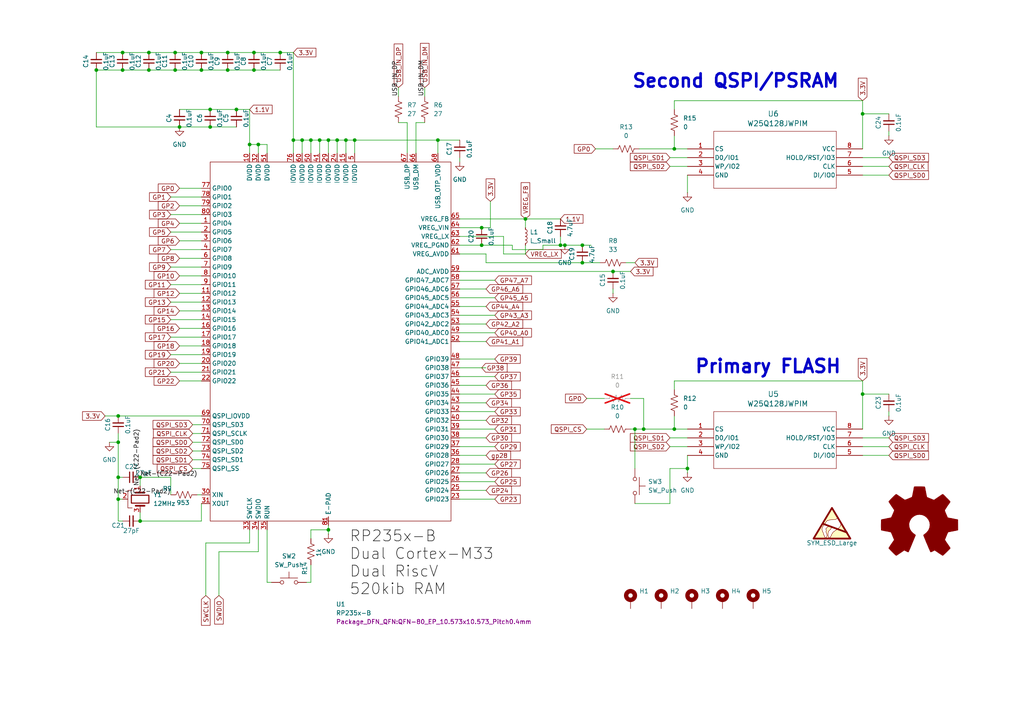
<source format=kicad_sch>
(kicad_sch (version 20231120) (generator "eeschema") (generator_version "8.0")
  (paper "A4")
  (lib_symbols
    (symbol "Device:C_Small" (pin_numbers hide) (pin_names (offset 0.254) hide)
      (property "Reference" "C" (at 0.254 1.778 0))
      (property "Value" "C_Small" (at 0.254 -2.032 0))
      (symbol "C_Small_1_1"
        (pin passive line (at 0 2.54 270) (length 2.032) (name "~") (number "1"))
        (pin passive line (at 0 -2.54 90) (length 2.032) (name "~") (number "2"))
      )
    )
    (symbol "Device:Crystal_GND2" (pin_names (offset 1.016) hide)
      (property "Reference" "Y" (at 0 5.715 0))
      (property "Value" "Crystal_GND2" (at 0 3.81 0))
      (symbol "Crystal_GND2_1_1"
        (pin passive line (at -3.81 0 0) (length 1.27) (name "1") (number "1"))
        (pin passive line (at 0 -5.08 90) (length 1.27) (name "2") (number "2"))
        (pin passive line (at 3.81 0 180) (length 1.27) (name "3") (number "3"))
      )
    )
    (symbol "Device:L_Small" (pin_numbers hide) (pin_names (offset 0.254) hide)
      (property "Reference" "L" (at 0.762 1.016 0))
      (property "Value" "L_Small" (at 0.762 -1.016 0))
      (symbol "L_Small_1_1"
        (pin passive line (at 0 2.54 270) (length 0.508) (name "~") (number "1"))
        (pin passive line (at 0 -2.54 90) (length 0.508) (name "~") (number "2"))
      )
    )
    (symbol "Device:R_US" (pin_numbers hide) (pin_names (offset 0))
      (property "Reference" "R" (at 2.54 0 90))
      (property "Value" "R_US" (at -2.54 0 90))
      (symbol "R_US_1_1"
        (pin passive line (at 0 3.81 270) (length 1.27) (name "~") (number "1"))
        (pin passive line (at 0 -3.81 90) (length 1.27) (name "~") (number "2"))
      )
    )
    (symbol "Graphic:Logo_Open_Hardware_Large" (in_bom no) (on_board no))
    (symbol "Graphic:SYM_ESD_Large" (in_bom no) (on_board no))
    (symbol "MCU_RaspberryPi:RP235x-B"
      (property "Reference" "U" (at -34.036 56.896 0))
      (property "Value" "RP235x-B" (at -32.766 60.452 0))
      (property "Footprint" "Package_DFN_QFN:QFN-80_EP_10.573x10.573_Pitch0.4mm" (at -26.924 -65.278 0))
      (symbol "RP235x-B_0_0"
        (pin bidirectional line (at -36.83 36.83 0) (length 2.54) (name "GPIO4") (number "1"))
        (pin power_in line (at -22.86 57.15 270) (length 2.54) (name "DVDD") (number "10"))
        (pin bidirectional line (at -36.83 16.51 0) (length 2.54) (name "GPIO12") (number "11"))
        (pin bidirectional line (at -36.83 13.97 0) (length 2.54) (name "GPIO13") (number "12"))
        (pin bidirectional line (at -36.83 11.43 0) (length 2.54) (name "GPIO14") (number "13"))
        (pin bidirectional line (at -36.83 8.89 0) (length 2.54) (name "GPIO15") (number "14"))
        (pin power_in line (at 5.08 57.15 270) (length 2.54) (name "IOVDD") (number "15"))
        (pin bidirectional line (at -36.83 6.35 0) (length 2.54) (name "GPIO16") (number "16"))
        (pin bidirectional line (at -36.83 3.81 0) (length 2.54) (name "GPIO17") (number "17"))
        (pin bidirectional line (at -36.83 1.27 0) (length 2.54) (name "GPIO18") (number "18"))
        (pin bidirectional line (at -36.83 -1.27 0) (length 2.54) (name "GPIO19") (number "19"))
        (pin bidirectional line (at -36.83 34.29 0) (length 2.54) (name "GPIO5") (number "2"))
        (pin bidirectional line (at -36.83 -3.81 0) (length 2.54) (name "GPIO20") (number "20"))
        (pin bidirectional line (at -36.83 -6.35 0) (length 2.54) (name "GPIO21") (number "21"))
        (pin bidirectional line (at -36.83 -8.89 0) (length 2.54) (name "GPIO22") (number "22"))
        (pin bidirectional line (at 38.1 -43.18 180) (length 2.54) (name "GPIO23") (number "23"))
        (pin bidirectional line (at 38.1 -40.64 180) (length 2.54) (name "GPIO24") (number "25"))
        (pin bidirectional line (at 38.1 -38.1 180) (length 2.54) (name "GPIO25") (number "26"))
        (pin bidirectional line (at 38.1 -35.56 180) (length 2.54) (name "GPIO26") (number "27"))
        (pin bidirectional line (at 38.1 -33.02 180) (length 2.54) (name "GPIO27") (number "28"))
        (pin power_in line (at 0 57.15 270) (length 2.54) (name "IOVDD") (number "29"))
        (pin bidirectional line (at -36.83 31.75 0) (length 2.54) (name "GPIO6") (number "3"))
        (pin input line (at -36.83 -41.91 0) (length 2.54) (name "XIN") (number "30"))
        (pin output line (at -36.83 -44.45 0) (length 2.54) (name "XOUT") (number "31"))
        (pin power_in line (at -20.32 57.15 270) (length 2.54) (name "DVDD") (number "32"))
        (pin input line (at -22.86 -52.07 90) (length 2.54) (name "SWCLK") (number "33"))
        (pin bidirectional line (at -20.32 -52.07 90) (length 2.54) (name "SWDIO") (number "34"))
        (pin input line (at -17.78 -52.07 90) (length 2.54) (name "RUN") (number "35"))
        (pin bidirectional line (at 38.1 -30.48 180) (length 2.54) (name "GPIO28") (number "36"))
        (pin bidirectional line (at 38.1 -27.94 180) (length 2.54) (name "GPIO29") (number "37"))
        (pin bidirectional line (at 38.1 -25.4 180) (length 2.54) (name "GPIO30") (number "38"))
        (pin bidirectional line (at 38.1 -22.86 180) (length 2.54) (name "GPIO31") (number "39"))
        (pin bidirectional line (at -36.83 29.21 0) (length 2.54) (name "GPIO7") (number "4"))
        (pin bidirectional line (at 38.1 -20.32 180) (length 2.54) (name "GPIO32") (number "40"))
        (pin power_in line (at -2.54 57.15 270) (length 2.54) (name "IOVDD") (number "41"))
        (pin bidirectional line (at 38.1 -17.78 180) (length 2.54) (name "GPIO33") (number "42"))
        (pin bidirectional line (at 38.1 -15.24 180) (length 2.54) (name "GPIO34") (number "43"))
        (pin bidirectional line (at 38.1 -12.7 180) (length 2.54) (name "GPIO35") (number "44"))
        (pin bidirectional line (at 38.1 -10.16 180) (length 2.54) (name "GPIO36") (number "45"))
        (pin bidirectional line (at 38.1 -7.62 180) (length 2.54) (name "GPIO37") (number "46"))
        (pin bidirectional line (at 38.1 -5.08 180) (length 2.54) (name "GPIO38") (number "47"))
        (pin bidirectional line (at 38.1 -2.54 180) (length 2.54) (name "GPIO39") (number "48"))
        (pin bidirectional line (at 38.1 5.08 180) (length 2.54) (name "GPIO40_ADC0") (number "49"))
        (pin power_in line (at 7.62 57.15 270) (length 2.54) (name "IOVDD") (number "5"))
        (pin power_in line (at -5.08 57.15 270) (length 2.54) (name "IOVDD") (number "50"))
        (pin power_in line (at -17.78 57.15 270) (length 2.54) (name "DVDD") (number "51"))
        (pin bidirectional line (at 38.1 2.54 180) (length 2.54) (name "GPIO41_ADC1") (number "52"))
        (pin bidirectional line (at 38.1 7.62 180) (length 2.54) (name "GPIO42_ADC2") (number "53"))
        (pin bidirectional line (at 38.1 10.16 180) (length 2.54) (name "GPIO43_ADC3") (number "54"))
        (pin bidirectional line (at 38.1 12.7 180) (length 2.54) (name "GPIO44_ADC4") (number "55"))
        (pin bidirectional line (at 38.1 15.24 180) (length 2.54) (name "GPIO45_ADC5") (number "56"))
        (pin bidirectional line (at 38.1 17.78 180) (length 2.54) (name "GPIO46_ADC6") (number "57"))
        (pin bidirectional line (at 38.1 20.32 180) (length 2.54) (name "GPIO47_ADC7") (number "58"))
        (pin power_in line (at 38.1 22.86 180) (length 2.54) (name "ADC_AVDD") (number "59"))
        (pin bidirectional line (at -36.83 26.67 0) (length 2.54) (name "GPIO8") (number "6"))
        (pin power_in line (at -7.62 57.15 270) (length 2.54) (name "IOVDD") (number "60"))
        (pin power_in line (at 38.1 27.94 180) (length 2.54) (name "VREG_AVDD") (number "61"))
        (pin power_out line (at 38.1 30.48 180) (length 2.54) (name "VREG_PGND") (number "62"))
        (pin power_out line (at 38.1 33.02 180) (length 2.54) (name "VREG_LX") (number "63"))
        (pin power_in line (at 38.1 35.56 180) (length 2.54) (name "VREG_VIN") (number "64"))
        (pin power_in line (at 38.1 38.1 180) (length 2.54) (name "VREG_FB") (number "65"))
        (pin bidirectional line (at 25.4 57.15 270) (length 2.54) (name "USB_DM") (number "66"))
        (pin bidirectional line (at 22.86 57.15 270) (length 2.54) (name "USB_DP") (number "67"))
        (pin power_in line (at 31.75 57.15 270) (length 2.54) (name "USB_OTP_VDD") (number "68"))
        (pin power_in line (at -36.83 -19.05 0) (length 2.54) (name "QSPI_IOVDD") (number "69"))
        (pin bidirectional line (at -36.83 24.13 0) (length 2.54) (name "GPIO9") (number "7"))
        (pin bidirectional line (at -36.83 -21.59 0) (length 2.54) (name "QSPI_SD3") (number "70"))
        (pin output line (at -36.83 -24.13 0) (length 2.54) (name "QSPI_SCLK") (number "71"))
        (pin bidirectional line (at -36.83 -26.67 0) (length 2.54) (name "QSPI_SD0") (number "72"))
        (pin bidirectional line (at -36.83 -29.21 0) (length 2.54) (name "QSPI_SD2") (number "73"))
        (pin bidirectional line (at -36.83 -31.75 0) (length 2.54) (name "QSPI_SD1") (number "74"))
        (pin output line (at -36.83 -34.29 0) (length 2.54) (name "QSPI_SS") (number "75"))
        (pin power_in line (at -10.16 57.15 270) (length 2.54) (name "IOVDD") (number "76"))
        (pin bidirectional line (at -36.83 46.99 0) (length 2.54) (name "GPIO0") (number "77"))
        (pin bidirectional line (at -36.83 44.45 0) (length 2.54) (name "GPIO1") (number "78"))
        (pin bidirectional line (at -36.83 41.91 0) (length 2.54) (name "GPIO2") (number "79"))
        (pin bidirectional line (at -36.83 21.59 0) (length 2.54) (name "GPIO10") (number "8"))
        (pin bidirectional line (at -36.83 39.37 0) (length 2.54) (name "GPIO3") (number "80"))
        (pin power_out line (at 0 -50.8 90) (length 2.54) (name "E-PAD") (number "81"))
        (pin bidirectional line (at -36.83 19.05 0) (length 2.54) (name "GPIO11") (number "9"))
      )
      (symbol "RP235x-B_1_0"
        (pin power_in line (at 2.54 57.15 270) (length 2.54) (name "IOVDD") (number "24"))
      )
      (symbol "RP235x-B_1_1"
        (text "RP235x-B\nDual Cortex-M33\nDual RiscV\n520kib RAM" (at 6.096 -61.468 0) (effects (font (size 3.175 3.175)) (justify left)))
      )
    )
    (symbol "Mechanical:MountingHole_Pad" (pin_numbers hide) (pin_names (offset 1.016) hide)
      (property "Reference" "H" (at 0 6.35 0))
      (property "Value" "MountingHole_Pad" (at 0 4.445 0))
      (symbol "MountingHole_Pad_1_1"
        (pin input line (at 0 -2.54 90) (length 2.54) (name "1") (number "1"))
      )
    )
    (symbol "Memory_Flash_128Mbit:W25Q128JWPIM" (pin_names (offset 0.254))
      (property "Reference" "U" (at -1.524 11.684 0))
      (property "Value" "W25Q128JWPIM" (at -1.524 9.144 0))
      (symbol "W25Q128JWPIM_1_1"
        (pin unspecified line (at -26.67 2.54 0) (length 7.62) (name "CS") (number "1"))
        (pin unspecified line (at -26.67 0 0) (length 7.62) (name "D0/IO1") (number "2"))
        (pin unspecified line (at -26.67 -2.54 0) (length 7.62) (name "WP/IO2") (number "3"))
        (pin unspecified line (at -26.67 -5.08 0) (length 7.62) (name "GND") (number "4"))
        (pin unspecified line (at 24.13 -5.08 180) (length 7.62) (name "DI/IO0") (number "5"))
        (pin unspecified line (at 24.13 -2.54 180) (length 7.62) (name "CLK") (number "6"))
        (pin unspecified line (at 24.13 0 180) (length 7.62) (name "HOLD/RST/IO3") (number "7"))
        (pin unspecified line (at 24.13 2.54 180) (length 7.62) (name "VCC") (number "8"))
      )
    )
    (symbol "Switch:SW_Push" (pin_numbers hide) (pin_names (offset 1.016) hide)
      (property "Reference" "SW" (at 1.27 2.54 0))
      (property "Value" "SW_Push" (at 0 -1.524 0))
      (symbol "SW_Push_0_1"
        (pin passive line (at -5.08 0 0) (length 2.54) (name "1") (number "1"))
        (pin passive line (at 5.08 0 180) (length 2.54) (name "2") (number "2"))
      )
    )
    (symbol "power:GND" (power) (pin_numbers hide) (pin_names (offset 0) hide)
      (property "Value" "GND" (at 0 -3.81 0))
      (symbol "GND_1_1"
        (pin power_in line (at 0 0 270) (length 0) (name "~") (number "1"))
      )
    )
  )
  (junction (at 95.25 153.67))
  (junction (at 199.39 135.89))
  (junction (at 72.39 41.91))
  (junction (at 35.56 15.24))
  (junction (at 100.33 40.64))
  (junction (at 66.04 15.24))
  (junction (at 168.91 76.2))
  (junction (at 34.29 128.27))
  (junction (at 34.29 120.65))
  (junction (at 168.91 71.12))
  (junction (at 74.93 41.91))
  (junction (at 40.64 151.13))
  (junction (at 68.58 31.75))
  (junction (at 34.29 144.78))
  (junction (at 127 40.64))
  (junction (at 152.4 63.5))
  (junction (at 162.56 71.12))
  (junction (at 184.15 124.46))
  (junction (at 92.71 40.64))
  (junction (at 73.66 20.32))
  (junction (at 27.94 20.32))
  (junction (at 73.66 15.24))
  (junction (at 195.58 124.46))
  (junction (at 58.42 15.24))
  (junction (at 34.29 138.43))
  (junction (at 97.79 40.64))
  (junction (at 95.25 40.64))
  (junction (at 139.7 71.12))
  (junction (at 58.42 20.32))
  (junction (at 102.87 40.64))
  (junction (at 186.69 124.46))
  (junction (at 139.7 66.04))
  (junction (at 90.17 40.64))
  (junction (at 50.8 15.24))
  (junction (at 85.09 40.64))
  (junction (at 60.96 36.83))
  (junction (at 52.07 36.83))
  (junction (at 87.63 40.64))
  (junction (at 60.96 31.75))
  (junction (at 43.18 20.32))
  (junction (at 66.04 20.32))
  (junction (at 43.18 15.24))
  (junction (at 50.8 20.32))
  (junction (at 177.8 78.74))
  (junction (at 163.83 71.12))
  (junction (at 195.58 43.18))
  (junction (at 250.19 114.3))
  (junction (at 40.64 138.43))
  (junction (at 250.19 33.02))
  (junction (at 81.28 15.24))
  (junction (at 35.56 20.32))
  (wire (pts (xy 35.56 15.24) (xy 43.18 15.24)))
  (wire (pts (xy 140.97 76.2) (xy 168.91 76.2)))
  (wire (pts (xy 59.69 157.48) (xy 59.69 172.72)))
  (wire (pts (xy 133.35 144.78) (xy 143.51 144.78)))
  (wire (pts (xy 182.88 115.57) (xy 186.69 115.57)))
  (wire (pts (xy 115.57 25.4) (xy 115.57 27.94)))
  (wire (pts (xy 194.31 146.05) (xy 194.31 135.89)))
  (wire (pts (xy 35.56 144.78) (xy 34.29 144.78)))
  (wire (pts (xy 133.35 83.82) (xy 140.97 83.82)))
  (wire (pts (xy 92.71 40.64) (xy 90.17 40.64)))
  (wire (pts (xy 142.24 58.42) (xy 142.24 66.04)))
  (wire (pts (xy 52.07 100.33) (xy 58.42 100.33)))
  (wire (pts (xy 133.35 121.92) (xy 140.97 121.92)))
  (wire (pts (xy 52.07 59.69) (xy 58.42 59.69)))
  (wire (pts (xy 85.09 40.64) (xy 85.09 15.24)))
  (wire (pts (xy 77.47 168.91) (xy 78.74 168.91)))
  (wire (pts (xy 133.35 99.06) (xy 140.97 99.06)))
  (wire (pts (xy 195.58 39.37) (xy 195.58 43.18)))
  (wire (pts (xy 52.07 74.93) (xy 58.42 74.93)))
  (wire (pts (xy 40.64 148.59) (xy 40.64 151.13)))
  (wire (pts (xy 90.17 44.45) (xy 90.17 40.64)))
  (wire (pts (xy 27.94 36.83) (xy 27.94 20.32)))
  (wire (pts (xy 133.35 63.5) (xy 152.4 63.5)))
  (wire (pts (xy 95.25 44.45) (xy 95.25 40.64)))
  (wire (pts (xy 133.35 124.46) (xy 143.51 124.46)))
  (wire (pts (xy 168.91 76.2) (xy 173.99 76.2)))
  (wire (pts (xy 52.07 110.49) (xy 58.42 110.49)))
  (wire (pts (xy 182.88 124.46) (xy 184.15 124.46)))
  (wire (pts (xy 195.58 120.65) (xy 195.58 124.46)))
  (wire (pts (xy 157.48 71.12) (xy 162.56 71.12)))
  (wire (pts (xy 34.29 144.78) (xy 34.29 151.13)))
  (wire (pts (xy 49.53 92.71) (xy 58.42 92.71)))
  (wire (pts (xy 43.18 20.32) (xy 50.8 20.32)))
  (wire (pts (xy 81.28 15.24) (xy 85.09 15.24)))
  (wire (pts (xy 66.04 15.24) (xy 73.66 15.24)))
  (wire (pts (xy 97.79 40.64) (xy 95.25 40.64)))
  (wire (pts (xy 40.64 151.13) (xy 58.42 151.13)))
  (wire (pts (xy 118.11 44.45) (xy 118.11 35.56)))
  (wire (pts (xy 250.19 45.72) (xy 257.81 45.72)))
  (wire (pts (xy 49.53 102.87) (xy 58.42 102.87)))
  (wire (pts (xy 148.59 72.39) (xy 157.48 72.39)))
  (wire (pts (xy 73.66 20.32) (xy 81.28 20.32)))
  (wire (pts (xy 57.15 143.51) (xy 58.42 143.51)))
  (wire (pts (xy 133.35 127) (xy 140.97 127)))
  (wire (pts (xy 195.58 110.49) (xy 195.58 113.03)))
  (wire (pts (xy 133.35 132.08) (xy 140.97 132.08)))
  (wire (pts (xy 77.47 44.45) (xy 77.47 41.91)))
  (wire (pts (xy 52.07 90.17) (xy 58.42 90.17)))
  (wire (pts (xy 133.35 142.24) (xy 140.97 142.24)))
  (wire (pts (xy 181.61 76.2) (xy 184.15 76.2)))
  (wire (pts (xy 139.7 71.12) (xy 148.59 71.12)))
  (wire (pts (xy 199.39 135.89) (xy 199.39 137.16)))
  (wire (pts (xy 250.19 114.3) (xy 250.19 110.49)))
  (wire (pts (xy 52.07 54.61) (xy 58.42 54.61)))
  (wire (pts (xy 194.31 135.89) (xy 199.39 135.89)))
  (wire (pts (xy 52.07 80.01) (xy 58.42 80.01)))
  (wire (pts (xy 257.81 38.1) (xy 257.81 39.37)))
  (wire (pts (xy 35.56 20.32) (xy 43.18 20.32)))
  (wire (pts (xy 49.53 72.39) (xy 58.42 72.39)))
  (wire (pts (xy 60.96 36.83) (xy 68.58 36.83)))
  (wire (pts (xy 250.19 48.26) (xy 257.81 48.26)))
  (wire (pts (xy 43.18 15.24) (xy 50.8 15.24)))
  (wire (pts (xy 250.19 43.18) (xy 250.19 33.02)))
  (wire (pts (xy 133.35 114.3) (xy 143.51 114.3)))
  (wire (pts (xy 87.63 44.45) (xy 87.63 40.64)))
  (wire (pts (xy 118.11 35.56) (xy 115.57 35.56)))
  (wire (pts (xy 34.29 151.13) (xy 35.56 151.13)))
  (wire (pts (xy 157.48 72.39) (xy 157.48 71.12)))
  (wire (pts (xy 184.15 146.05) (xy 194.31 146.05)))
  (wire (pts (xy 95.25 153.67) (xy 95.25 154.94)))
  (wire (pts (xy 146.05 68.58) (xy 146.05 73.66)))
  (wire (pts (xy 184.15 124.46) (xy 186.69 124.46)))
  (wire (pts (xy 102.87 40.64) (xy 100.33 40.64)))
  (wire (pts (xy 90.17 153.67) (xy 90.17 156.21)))
  (wire (pts (xy 34.29 128.27) (xy 31.75 128.27)))
  (wire (pts (xy 63.5 160.02) (xy 63.5 172.72)))
  (wire (pts (xy 52.07 95.25) (xy 58.42 95.25)))
  (wire (pts (xy 140.97 73.66) (xy 140.97 76.2)))
  (wire (pts (xy 74.93 160.02) (xy 63.5 160.02)))
  (wire (pts (xy 49.53 57.15) (xy 58.42 57.15)))
  (wire (pts (xy 100.33 40.64) (xy 97.79 40.64)))
  (wire (pts (xy 194.31 45.72) (xy 199.39 45.72)))
  (wire (pts (xy 146.05 73.66) (xy 152.4 73.66)))
  (wire (pts (xy 133.35 71.12) (xy 139.7 71.12)))
  (wire (pts (xy 73.66 15.24) (xy 81.28 15.24)))
  (wire (pts (xy 55.88 123.19) (xy 58.42 123.19)))
  (wire (pts (xy 170.18 115.57) (xy 175.26 115.57)))
  (wire (pts (xy 133.35 111.76) (xy 140.97 111.76)))
  (wire (pts (xy 120.65 44.45) (xy 120.65 35.56)))
  (wire (pts (xy 133.35 104.14) (xy 143.51 104.14)))
  (wire (pts (xy 133.35 81.28) (xy 143.51 81.28)))
  (wire (pts (xy 182.88 78.74) (xy 177.8 78.74)))
  (wire (pts (xy 250.19 50.8) (xy 257.81 50.8)))
  (wire (pts (xy 72.39 153.67) (xy 72.39 157.48)))
  (wire (pts (xy 55.88 128.27) (xy 58.42 128.27)))
  (wire (pts (xy 92.71 44.45) (xy 92.71 40.64)))
  (wire (pts (xy 49.53 138.43) (xy 40.64 138.43)))
  (wire (pts (xy 194.31 129.54) (xy 199.39 129.54)))
  (wire (pts (xy 74.93 153.67) (xy 74.93 160.02)))
  (wire (pts (xy 87.63 40.64) (xy 85.09 40.64)))
  (wire (pts (xy 133.35 137.16) (xy 140.97 137.16)))
  (wire (pts (xy 72.39 157.48) (xy 59.69 157.48)))
  (wire (pts (xy 49.53 67.31) (xy 58.42 67.31)))
  (wire (pts (xy 55.88 133.35) (xy 58.42 133.35)))
  (wire (pts (xy 185.42 43.18) (xy 195.58 43.18)))
  (wire (pts (xy 34.29 120.65) (xy 58.42 120.65)))
  (wire (pts (xy 250.19 29.21) (xy 195.58 29.21)))
  (wire (pts (xy 49.53 97.79) (xy 58.42 97.79)))
  (wire (pts (xy 133.35 119.38) (xy 143.51 119.38)))
  (wire (pts (xy 195.58 29.21) (xy 195.58 31.75)))
  (wire (pts (xy 152.4 63.5) (xy 162.56 63.5)))
  (wire (pts (xy 52.07 36.83) (xy 27.94 36.83)))
  (wire (pts (xy 133.35 78.74) (xy 177.8 78.74)))
  (wire (pts (xy 40.64 138.43) (xy 40.64 140.97)))
  (wire (pts (xy 100.33 44.45) (xy 100.33 40.64)))
  (wire (pts (xy 35.56 138.43) (xy 34.29 138.43)))
  (wire (pts (xy 52.07 31.75) (xy 60.96 31.75)))
  (wire (pts (xy 257.81 119.38) (xy 257.81 120.65)))
  (wire (pts (xy 55.88 125.73) (xy 58.42 125.73)))
  (wire (pts (xy 72.39 41.91) (xy 72.39 31.75)))
  (wire (pts (xy 72.39 41.91) (xy 74.93 41.91)))
  (wire (pts (xy 133.35 134.62) (xy 143.51 134.62)))
  (wire (pts (xy 170.18 124.46) (xy 175.26 124.46)))
  (wire (pts (xy 102.87 44.45) (xy 102.87 40.64)))
  (wire (pts (xy 77.47 41.91) (xy 74.93 41.91)))
  (wire (pts (xy 139.7 66.04) (xy 142.24 66.04)))
  (wire (pts (xy 27.94 15.24) (xy 35.56 15.24)))
  (wire (pts (xy 49.53 82.55) (xy 58.42 82.55)))
  (wire (pts (xy 133.35 93.98) (xy 140.97 93.98)))
  (wire (pts (xy 133.35 96.52) (xy 143.51 96.52)))
  (wire (pts (xy 148.59 71.12) (xy 148.59 72.39)))
  (wire (pts (xy 250.19 114.3) (xy 257.81 114.3)))
  (wire (pts (xy 27.94 20.32) (xy 35.56 20.32)))
  (wire (pts (xy 50.8 20.32) (xy 58.42 20.32)))
  (wire (pts (xy 172.72 43.18) (xy 177.8 43.18)))
  (wire (pts (xy 85.09 44.45) (xy 85.09 40.64)))
  (wire (pts (xy 195.58 43.18) (xy 199.39 43.18)))
  (wire (pts (xy 133.35 116.84) (xy 140.97 116.84)))
  (wire (pts (xy 133.35 66.04) (xy 139.7 66.04)))
  (wire (pts (xy 194.31 127) (xy 199.39 127)))
  (wire (pts (xy 199.39 50.8) (xy 199.39 55.88)))
  (wire (pts (xy 90.17 40.64) (xy 87.63 40.64)))
  (wire (pts (xy 30.48 120.65) (xy 34.29 120.65)))
  (wire (pts (xy 152.4 71.12) (xy 152.4 73.66)))
  (wire (pts (xy 168.91 71.12) (xy 171.45 71.12)))
  (wire (pts (xy 66.04 20.32) (xy 73.66 20.32)))
  (wire (pts (xy 60.96 31.75) (xy 68.58 31.75)))
  (wire (pts (xy 133.35 88.9) (xy 140.97 88.9)))
  (wire (pts (xy 127 44.45) (xy 127 40.64)))
  (wire (pts (xy 52.07 85.09) (xy 58.42 85.09)))
  (wire (pts (xy 177.8 83.82) (xy 177.8 85.09)))
  (wire (pts (xy 133.35 68.58) (xy 146.05 68.58)))
  (wire (pts (xy 58.42 15.24) (xy 66.04 15.24)))
  (wire (pts (xy 163.83 71.12) (xy 168.91 71.12)))
  (wire (pts (xy 77.47 153.67) (xy 77.47 168.91)))
  (wire (pts (xy 52.07 105.41) (xy 58.42 105.41)))
  (wire (pts (xy 90.17 168.91) (xy 90.17 163.83)))
  (wire (pts (xy 34.29 125.73) (xy 34.29 128.27)))
  (wire (pts (xy 250.19 33.02) (xy 250.19 29.21)))
  (wire (pts (xy 49.53 62.23) (xy 58.42 62.23)))
  (wire (pts (xy 49.53 87.63) (xy 58.42 87.63)))
  (wire (pts (xy 55.88 135.89) (xy 58.42 135.89)))
  (wire (pts (xy 74.93 41.91) (xy 74.93 44.45)))
  (wire (pts (xy 52.07 36.83) (xy 60.96 36.83)))
  (wire (pts (xy 49.53 143.51) (xy 49.53 138.43)))
  (wire (pts (xy 68.58 31.75) (xy 72.39 31.75)))
  (wire (pts (xy 133.35 139.7) (xy 143.51 139.7)))
  (wire (pts (xy 97.79 44.45) (xy 97.79 40.64)))
  (wire (pts (xy 72.39 44.45) (xy 72.39 41.91)))
  (wire (pts (xy 95.25 152.4) (xy 95.25 153.67)))
  (wire (pts (xy 127 40.64) (xy 102.87 40.64)))
  (wire (pts (xy 133.35 91.44) (xy 143.51 91.44)))
  (wire (pts (xy 184.15 124.46) (xy 184.15 135.89)))
  (wire (pts (xy 250.19 129.54) (xy 257.81 129.54)))
  (wire (pts (xy 55.88 130.81) (xy 58.42 130.81)))
  (wire (pts (xy 49.53 107.95) (xy 58.42 107.95)))
  (wire (pts (xy 58.42 20.32) (xy 66.04 20.32)))
  (wire (pts (xy 52.07 69.85) (xy 58.42 69.85)))
  (wire (pts (xy 133.35 45.72) (xy 133.35 46.99)))
  (wire (pts (xy 186.69 115.57) (xy 186.69 124.46)))
  (wire (pts (xy 195.58 124.46) (xy 199.39 124.46)))
  (wire (pts (xy 250.19 127) (xy 257.81 127)))
  (wire (pts (xy 250.19 33.02) (xy 257.81 33.02)))
  (wire (pts (xy 120.65 35.56) (xy 123.19 35.56)))
  (wire (pts (xy 49.53 77.47) (xy 58.42 77.47)))
  (wire (pts (xy 90.17 153.67) (xy 95.25 153.67)))
  (wire (pts (xy 52.07 64.77) (xy 58.42 64.77)))
  (wire (pts (xy 162.56 68.58) (xy 162.56 71.12)))
  (wire (pts (xy 88.9 168.91) (xy 90.17 168.91)))
  (wire (pts (xy 34.29 138.43) (xy 34.29 128.27)))
  (wire (pts (xy 250.19 124.46) (xy 250.19 114.3)))
  (wire (pts (xy 250.19 132.08) (xy 257.81 132.08)))
  (wire (pts (xy 194.31 48.26) (xy 199.39 48.26)))
  (wire (pts (xy 186.69 124.46) (xy 195.58 124.46)))
  (wire (pts (xy 34.29 144.78) (xy 34.29 138.43)))
  (wire (pts (xy 199.39 132.08) (xy 199.39 135.89)))
  (wire (pts (xy 133.35 106.68) (xy 140.97 106.68)))
  (wire (pts (xy 152.4 63.5) (xy 152.4 66.04)))
  (wire (pts (xy 127 40.64) (xy 133.35 40.64)))
  (wire (pts (xy 50.8 15.24) (xy 58.42 15.24)))
  (wire (pts (xy 123.19 25.4) (xy 123.19 27.94)))
  (wire (pts (xy 162.56 71.12) (xy 163.83 71.12)))
  (wire (pts (xy 133.35 129.54) (xy 143.51 129.54)))
  (wire (pts (xy 133.35 73.66) (xy 140.97 73.66)))
  (wire (pts (xy 95.25 40.64) (xy 92.71 40.64)))
  (wire (pts (xy 133.35 109.22) (xy 143.51 109.22)))
  (wire (pts (xy 250.19 110.49) (xy 195.58 110.49)))
  (wire (pts (xy 133.35 86.36) (xy 143.51 86.36)))
  (wire (pts (xy 58.42 151.13) (xy 58.42 146.05)))
  (text "Second QSPI/PSRAM" (at 213.36 23.622 0) (effects (font (size 3.81 3.81) (thickness 0.762) (bold yes))))
  (text "Primary FLASH" (at 222.758 106.426 0) (effects (font (size 3.81 3.81) (bold yes))))
  (label "Net-(C22-Pad2)" (at 40.64 140.97 90))
  (label "Net-(C22-Pad2)" (at 49.53 143.51 180))
  (label "USB_IN_DP" (at 115.57 27.94 90))
  (label "Net-(C22-Pad2)" (at 40.64 138.43 0))
  (label "USB_IN_DM" (at 123.19 27.94 90))
  (global_label "QSPI_SD0" (shape input) (at 257.81 50.8 0) (property "Intersheetrefs" "${INTERSHEET_REFS}" (effects (hide yes))))
  (global_label "3.3V" (shape input) (at 85.09 15.24 0) (property "Intersheetrefs" "${INTERSHEET_REFS}" (effects (hide yes))))
  (global_label "GP32" (shape input) (at 140.97 121.92 0) (property "Intersheetrefs" "${INTERSHEET_REFS}" (effects (hide yes))))
  (global_label "GP0" (shape input) (at 172.72 43.18 180) (property "Intersheetrefs" "${INTERSHEET_REFS}" (effects (hide yes))))
  (global_label "GP5" (shape input) (at 49.53 67.31 180) (property "Intersheetrefs" "${INTERSHEET_REFS}" (effects (hide yes))))
  (global_label "3.3V" (shape input) (at 182.88 78.74 0) (property "Intersheetrefs" "${INTERSHEET_REFS}" (effects (hide yes))))
  (global_label "QSPI_SD1" (shape input) (at 194.31 45.72 180) (property "Intersheetrefs" "${INTERSHEET_REFS}" (effects (hide yes))))
  (global_label "GP9" (shape input) (at 49.53 77.47 180) (property "Intersheetrefs" "${INTERSHEET_REFS}" (effects (hide yes))))
  (global_label "GP8" (shape input) (at 52.07 74.93 180) (property "Intersheetrefs" "${INTERSHEET_REFS}" (effects (hide yes))))
  (global_label "GP19" (shape input) (at 49.53 102.87 180) (property "Intersheetrefs" "${INTERSHEET_REFS}" (effects (hide yes))))
  (global_label "GP26" (shape input) (at 140.97 137.16 0) (property "Intersheetrefs" "${INTERSHEET_REFS}" (effects (hide yes))))
  (global_label "GP37" (shape input) (at 143.51 109.22 0) (property "Intersheetrefs" "${INTERSHEET_REFS}" (effects (hide yes))))
  (global_label "GP17" (shape input) (at 49.53 97.79 180) (property "Intersheetrefs" "${INTERSHEET_REFS}" (effects (hide yes))))
  (global_label "QSPI_SD1" (shape input) (at 194.31 127 180) (property "Intersheetrefs" "${INTERSHEET_REFS}" (effects (hide yes))))
  (global_label "GP41_A1" (shape input) (at 140.97 99.06 0) (property "Intersheetrefs" "${INTERSHEET_REFS}" (effects (hide yes))))
  (global_label "GP43_A3" (shape input) (at 143.51 91.44 0) (property "Intersheetrefs" "${INTERSHEET_REFS}" (effects (hide yes))))
  (global_label "GP30" (shape input) (at 140.97 127 0) (property "Intersheetrefs" "${INTERSHEET_REFS}" (effects (hide yes))))
  (global_label "1.1V" (shape input) (at 162.56 63.5 0) (property "Intersheetrefs" "${INTERSHEET_REFS}" (effects (hide yes))))
  (global_label "QSPI_SD2" (shape input) (at 194.31 48.26 180) (property "Intersheetrefs" "${INTERSHEET_REFS}" (effects (hide yes))))
  (global_label "QSPI_SD0" (shape input) (at 257.81 132.08 0) (property "Intersheetrefs" "${INTERSHEET_REFS}" (effects (hide yes))))
  (global_label "3.3V" (shape input) (at 250.19 110.49 90) (property "Intersheetrefs" "${INTERSHEET_REFS}" (effects (hide yes))))
  (global_label "GP38" (shape input) (at 139.7 106.68 0) (property "Intersheetrefs" "${INTERSHEET_REFS}" (effects (hide yes))))
  (global_label "GP47_A7" (shape input) (at 143.51 81.28 0) (property "Intersheetrefs" "${INTERSHEET_REFS}" (effects (hide yes))))
  (global_label "GP22" (shape input) (at 52.07 110.49 180) (property "Intersheetrefs" "${INTERSHEET_REFS}" (effects (hide yes))))
  (global_label "GP0" (shape input) (at 52.07 54.61 180) (property "Intersheetrefs" "${INTERSHEET_REFS}" (effects (hide yes))))
  (global_label "GP36" (shape input) (at 140.97 111.76 0) (property "Intersheetrefs" "${INTERSHEET_REFS}" (effects (hide yes))))
  (global_label "GP15" (shape input) (at 49.53 92.71 180) (property "Intersheetrefs" "${INTERSHEET_REFS}" (effects (hide yes))))
  (global_label "GP23" (shape input) (at 143.51 144.78 0) (property "Intersheetrefs" "${INTERSHEET_REFS}" (effects (hide yes))))
  (global_label "GP13" (shape input) (at 49.53 87.63 180) (property "Intersheetrefs" "${INTERSHEET_REFS}" (effects (hide yes))))
  (global_label "QSPI_CLK" (shape input) (at 257.81 48.26 0) (property "Intersheetrefs" "${INTERSHEET_REFS}" (effects (hide yes))))
  (global_label "GP42_A2" (shape input) (at 140.97 93.98 0) (property "Intersheetrefs" "${INTERSHEET_REFS}" (effects (hide yes))))
  (global_label "QSPI_SD3" (shape input) (at 257.81 127 0) (property "Intersheetrefs" "${INTERSHEET_REFS}" (effects (hide yes))))
  (global_label "USB_IN_DP" (shape input) (at 115.57 25.4 90) (property "Intersheetrefs" "${INTERSHEET_REFS}" (effects (hide yes))))
  (global_label "GP21" (shape input) (at 49.53 107.95 180) (property "Intersheetrefs" "${INTERSHEET_REFS}" (effects (hide yes))))
  (global_label "3.3V" (shape input) (at 30.48 120.65 180) (property "Intersheetrefs" "${INTERSHEET_REFS}" (effects (hide yes))))
  (global_label "GP40_A0" (shape input) (at 143.51 96.52 0) (property "Intersheetrefs" "${INTERSHEET_REFS}" (effects (hide yes))))
  (global_label "GP1" (shape input) (at 49.53 57.15 180) (property "Intersheetrefs" "${INTERSHEET_REFS}" (effects (hide yes))))
  (global_label "QSPI_SD3" (shape input) (at 257.81 45.72 0) (property "Intersheetrefs" "${INTERSHEET_REFS}" (effects (hide yes))))
  (global_label "3.3V" (shape input) (at 250.19 29.21 90) (property "Intersheetrefs" "${INTERSHEET_REFS}" (effects (hide yes))))
  (global_label "GP12" (shape input) (at 52.07 85.09 180) (property "Intersheetrefs" "${INTERSHEET_REFS}" (effects (hide yes))))
  (global_label "VREG_LX" (shape input) (at 152.4 73.66 0) (property "Intersheetrefs" "${INTERSHEET_REFS}" (effects (hide yes))))
  (global_label "GP27" (shape input) (at 143.51 134.62 0) (property "Intersheetrefs" "${INTERSHEET_REFS}" (effects (hide yes))))
  (global_label "QSPI_CS" (shape input) (at 170.18 124.46 180) (property "Intersheetrefs" "${INTERSHEET_REFS}" (effects (hide yes))))
  (global_label "QSPI_CLK" (shape input) (at 257.81 129.54 0) (property "Intersheetrefs" "${INTERSHEET_REFS}" (effects (hide yes))))
  (global_label "GP24" (shape input) (at 140.97 142.24 0) (property "Intersheetrefs" "${INTERSHEET_REFS}" (effects (hide yes))))
  (global_label "GP29" (shape input) (at 143.51 129.54 0) (property "Intersheetrefs" "${INTERSHEET_REFS}" (effects (hide yes))))
  (global_label "GP6" (shape input) (at 52.07 69.85 180) (property "Intersheetrefs" "${INTERSHEET_REFS}" (effects (hide yes))))
  (global_label "GP35" (shape input) (at 143.51 114.3 0) (property "Intersheetrefs" "${INTERSHEET_REFS}" (effects (hide yes))))
  (global_label "GP4" (shape input) (at 52.07 64.77 180) (property "Intersheetrefs" "${INTERSHEET_REFS}" (effects (hide yes))))
  (global_label "GP3" (shape input) (at 49.53 62.23 180) (property "Intersheetrefs" "${INTERSHEET_REFS}" (effects (hide yes))))
  (global_label "GP25" (shape input) (at 143.51 139.7 0) (property "Intersheetrefs" "${INTERSHEET_REFS}" (effects (hide yes))))
  (global_label "QSPI_SD2" (shape input) (at 194.31 129.54 180) (property "Intersheetrefs" "${INTERSHEET_REFS}" (effects (hide yes))))
  (global_label "GP20" (shape input) (at 52.07 105.41 180) (property "Intersheetrefs" "${INTERSHEET_REFS}" (effects (hide yes))))
  (global_label "QSPI_SD1" (shape input) (at 55.88 133.35 180) (property "Intersheetrefs" "${INTERSHEET_REFS}" (effects (hide yes))))
  (global_label "VREG_FB" (shape input) (at 152.4 63.5 90) (property "Intersheetrefs" "${INTERSHEET_REFS}" (effects (hide yes))))
  (global_label "GP16" (shape input) (at 52.07 95.25 180) (property "Intersheetrefs" "${INTERSHEET_REFS}" (effects (hide yes))))
  (global_label "GP46_A6" (shape input) (at 140.97 83.82 0) (property "Intersheetrefs" "${INTERSHEET_REFS}" (effects (hide yes))))
  (global_label "GP11" (shape input) (at 49.53 82.55 180) (property "Intersheetrefs" "${INTERSHEET_REFS}" (effects (hide yes))))
  (global_label "GP14" (shape input) (at 52.07 90.17 180) (property "Intersheetrefs" "${INTERSHEET_REFS}" (effects (hide yes))))
  (global_label "GP10" (shape input) (at 52.07 80.01 180) (property "Intersheetrefs" "${INTERSHEET_REFS}" (effects (hide yes))))
  (global_label "GP31" (shape input) (at 143.51 124.46 0) (property "Intersheetrefs" "${INTERSHEET_REFS}" (effects (hide yes))))
  (global_label "1.1V" (shape input) (at 72.39 31.75 0) (property "Intersheetrefs" "${INTERSHEET_REFS}" (effects (hide yes))))
  (global_label "QSPI_CS" (shape input) (at 55.88 135.89 180) (property "Intersheetrefs" "${INTERSHEET_REFS}" (effects (hide yes))))
  (global_label "gp28" (shape input) (at 140.97 132.08 0) (property "Intersheetrefs" "${INTERSHEET_REFS}" (effects (hide yes))))
  (global_label "GP39" (shape input) (at 143.51 104.14 0) (property "Intersheetrefs" "${INTERSHEET_REFS}" (effects (hide yes))))
  (global_label "GP0" (shape input) (at 170.18 115.57 180) (property "Intersheetrefs" "${INTERSHEET_REFS}" (effects (hide yes))))
  (global_label "SWCLK" (shape input) (at 59.69 172.72 270) (property "Intersheetrefs" "${INTERSHEET_REFS}" (effects (hide yes))))
  (global_label "GP34" (shape input) (at 140.97 116.84 0) (property "Intersheetrefs" "${INTERSHEET_REFS}" (effects (hide yes))))
  (global_label "QSPI_SD0" (shape input) (at 55.88 128.27 180) (property "Intersheetrefs" "${INTERSHEET_REFS}" (effects (hide yes))))
  (global_label "3.3V" (shape input) (at 184.15 76.2 0) (property "Intersheetrefs" "${INTERSHEET_REFS}" (effects (hide yes))))
  (global_label "GP44_A4" (shape input) (at 140.97 88.9 0) (property "Intersheetrefs" "${INTERSHEET_REFS}" (effects (hide yes))))
  (global_label "GP45_A5" (shape input) (at 143.51 86.36 0) (property "Intersheetrefs" "${INTERSHEET_REFS}" (effects (hide yes))))
  (global_label "GP2" (shape input) (at 52.07 59.69 180) (property "Intersheetrefs" "${INTERSHEET_REFS}" (effects (hide yes))))
  (global_label "QSPI_SD3" (shape input) (at 55.88 123.19 180) (property "Intersheetrefs" "${INTERSHEET_REFS}" (effects (hide yes))))
  (global_label "QSPI_SD2" (shape input) (at 55.88 130.81 180) (property "Intersheetrefs" "${INTERSHEET_REFS}" (effects (hide yes))))
  (global_label "QSPI_CLK" (shape input) (at 55.88 125.73 180) (property "Intersheetrefs" "${INTERSHEET_REFS}" (effects (hide yes))))
  (global_label "USB_IN_DM" (shape input) (at 123.19 25.4 90) (property "Intersheetrefs" "${INTERSHEET_REFS}" (effects (hide yes))))
  (global_label "GP18" (shape input) (at 52.07 100.33 180) (property "Intersheetrefs" "${INTERSHEET_REFS}" (effects (hide yes))))
  (global_label "3.3V" (shape input) (at 142.24 58.42 90) (property "Intersheetrefs" "${INTERSHEET_REFS}" (effects (hide yes))))
  (global_label "GP7" (shape input) (at 49.53 72.39 180) (property "Intersheetrefs" "${INTERSHEET_REFS}" (effects (hide yes))))
  (global_label "GP33" (shape input) (at 143.51 119.38 0) (property "Intersheetrefs" "${INTERSHEET_REFS}" (effects (hide yes))))
  (global_label "SWDIO" (shape input) (at 63.5 172.72 270) (property "Intersheetrefs" "${INTERSHEET_REFS}" (effects (hide yes))))
  (symbol (lib_id "Device:R_US") (at 195.58 116.84 180) (unit 1)
    (property "Reference" "R12" (at 198.12 115.5699 0) (effects (justify right)))
    (property "Value" "0" (at 198.12 118.1099 0) (effects (justify right)))
    (property "Footprint" "Resistor_SMD:R_0402_1005Metric" (effects (hide yes)))
    (property "Description" "Resistor, US symbol" (effects (hide yes)))
  )
  (symbol (lib_id "MCU_RaspberryPi:RP235x-B") (at 95.25 101.6 0) (unit 1)
    (property "Reference" "U1" (at 97.4441 175.26 0) (effects (justify left)))
    (property "Value" "RP235x-B" (at 97.4441 177.8 0) (effects (justify left)))
    (property "Footprint" "Package_DFN_QFN:QFN-80_EP_10.573x10.573_Pitch0.4mm" (at 97.4441 180.34 0) (effects (justify left)))
  )
  (symbol (lib_id "Mechanical:MountingHole_Pad") (at 200.66 173.99 0) (unit 1)
    (property "Reference" "H3" (at 203.2 171.4499 0) (effects (justify left)))
    (property "Value" "MountingHole_Pad" (effects (hide yes)))
    (property "Footprint" "MountingHole:MountingHole_2.5mm_Pad_TopBottom" (effects (hide yes)))
    (property "Description" "Mounting Hole with connection" (effects (hide yes)))
  )
  (symbol (lib_id "Device:C_Small") (at 177.8 81.28 180) (unit 1)
    (property "Reference" "C15" (at 174.752 81.28 90))
    (property "Value" "0.1uF" (at 180.594 81.28 90))
    (property "Footprint" "Capacitor_SMD:C_0402_1005Metric" (effects (hide yes)))
    (property "Description" "Unpolarized capacitor, small symbol" (effects (hide yes)))
  )
  (symbol (lib_id "Device:R_US") (at 195.58 35.56 180) (unit 1)
    (property "Reference" "R15" (at 198.12 34.2899 0) (effects (justify right)))
    (property "Value" "0" (at 198.12 36.8299 0) (effects (justify right)))
    (property "Footprint" "Resistor_SMD:R_0402_1005Metric" (effects (hide yes)))
    (property "Description" "Resistor, US symbol" (effects (hide yes)))
  )
  (symbol (lib_id "Device:Crystal_GND2") (at 40.64 144.78 270) (unit 1)
    (property "Reference" "Y1" (at 44.45 143.5099 90) (effects (justify left)))
    (property "Value" "12MHz" (at 44.45 146.0499 90) (effects (justify left)))
    (property "Footprint" "Crystal:Crystal_SMD_SeikoEpson_FA238-4Pin_3.2x2.5mm" (effects (hide yes)))
    (property "Description" "Three pin crystal, GND on pin 2" (effects (hide yes)))
  )
  (symbol (lib_id "Mechanical:MountingHole_Pad") (at 182.88 173.99 0) (unit 1)
    (property "Reference" "H1" (at 185.42 171.4499 0) (effects (justify left)))
    (property "Value" "MountingHole_Pad" (effects (hide yes)))
    (property "Footprint" "MountingHole:MountingHole_2.5mm_Pad_TopBottom" (effects (hide yes)))
    (property "Description" "Mounting Hole with connection" (effects (hide yes)))
  )
  (symbol (lib_id "Device:R_US") (at 123.19 31.75 0) (unit 1)
    (property "Reference" "R6" (at 125.73 30.4799 0) (effects (justify left)))
    (property "Value" "27" (at 125.73 33.0199 0) (effects (justify left)))
    (property "Footprint" "Resistor_SMD:R_0402_1005Metric" (effects (hide yes)))
    (property "Description" "Resistor, US symbol" (effects (hide yes)))
  )
  (symbol (lib_id "power:GND") (at 257.81 120.65 0) (unit 1)
    (property "Reference" "#PWR09" (effects (hide yes)))
    (property "Value" "GND" (at 257.81 125.73 0))
    (property "Description" "Power symbol creates a global label with name \"GND\" , ground" (effects (hide yes)))
  )
  (symbol (lib_id "Device:R_US") (at 90.17 160.02 180) (unit 1)
    (property "Reference" "R14" (at 88.392 164.846 90))
    (property "Value" "1k" (at 92.456 160.274 90))
    (property "Footprint" "Resistor_SMD:R_0402_1005Metric" (effects (hide yes)))
    (property "Description" "Resistor, US symbol" (effects (hide yes)))
  )
  (symbol (lib_id "Device:L_Small") (at 152.4 68.58 0) (unit 1)
    (property "Reference" "L1" (at 153.67 67.3099 0) (effects (justify left)))
    (property "Value" "L_Small" (at 153.67 69.8499 0) (effects (justify left)))
    (property "Footprint" "Inductor_SMD_Wurth:L_Wurth_WE-LQSH-3012" (effects (hide yes)))
    (property "Description" "Inductor, small symbol" (effects (hide yes)))
  )
  (symbol (lib_id "Mechanical:MountingHole_Pad") (at 209.55 173.99 0) (unit 1)
    (property "Reference" "H4" (at 212.09 171.4499 0) (effects (justify left)))
    (property "Value" "MountingHole_Pad" (effects (hide yes)))
    (property "Footprint" "MountingHole:MountingHole_2.5mm_Pad_TopBottom" (effects (hide yes)))
    (property "Description" "Mounting Hole with connection" (effects (hide yes)))
  )
  (symbol (lib_id "power:GND") (at 31.75 128.27 0) (unit 1)
    (property "Reference" "#PWR06" (effects (hide yes)))
    (property "Value" "GND" (at 31.75 133.35 0))
    (property "Description" "Power symbol creates a global label with name \"GND\" , ground" (effects (hide yes)))
  )
  (symbol (lib_id "Device:C_Small") (at 60.96 34.29 180) (unit 1)
    (property "Reference" "C6" (at 57.912 34.29 90))
    (property "Value" "0.1uF" (at 63.754 34.29 90))
    (property "Footprint" "Capacitor_SMD:C_0402_1005Metric" (effects (hide yes)))
    (property "Description" "Unpolarized capacitor, small symbol" (effects (hide yes)))
  )
  (symbol (lib_id "Device:C_Small") (at 34.29 123.19 180) (unit 1)
    (property "Reference" "C16" (at 31.242 123.19 90))
    (property "Value" "0.1uF" (at 37.084 123.19 90))
    (property "Footprint" "Capacitor_SMD:C_0402_1005Metric" (effects (hide yes)))
    (property "Description" "Unpolarized capacitor, small symbol" (effects (hide yes)))
  )
  (symbol (lib_id "Device:R_US") (at 179.07 124.46 90) (unit 1)
    (property "Reference" "R10" (at 179.07 118.11 90))
    (property "Value" "0" (at 179.07 120.65 90))
    (property "Footprint" "Resistor_SMD:R_0402_1005Metric" (effects (hide yes)))
    (property "Description" "Resistor, US symbol" (effects (hide yes)))
  )
  (symbol (lib_id "Device:R_US") (at 115.57 31.75 0) (unit 1)
    (property "Reference" "R7" (at 118.11 30.4799 0) (effects (justify left)))
    (property "Value" "27" (at 118.11 33.0199 0) (effects (justify left)))
    (property "Footprint" "Resistor_SMD:R_0402_1005Metric" (effects (hide yes)))
    (property "Description" "Resistor, US symbol" (effects (hide yes)))
  )
  (symbol (lib_id "Mechanical:MountingHole_Pad") (at 218.44 173.99 0) (unit 1)
    (property "Reference" "H5" (at 220.98 171.4499 0) (effects (justify left)))
    (property "Value" "MountingHole_Pad" (effects (hide yes)))
    (property "Footprint" "Symbol:KiCad-Logo2_5mm_SilkScreen" (effects (hide yes)))
    (property "Description" "Mounting Hole with connection" (effects (hide yes)))
  )
  (symbol (lib_id "Mechanical:MountingHole_Pad") (at 191.77 173.99 0) (unit 1)
    (property "Reference" "H2" (at 194.31 171.4499 0) (effects (justify left)))
    (property "Value" "MountingHole_Pad" (effects (hide yes)))
    (property "Footprint" "MountingHole:MountingHole_2.5mm_Pad_TopBottom" (effects (hide yes)))
    (property "Description" "Mounting Hole with connection" (effects (hide yes)))
  )
  (symbol (lib_id "power:GND") (at 95.25 154.94 0) (unit 1)
    (property "Reference" "#PWR07" (effects (hide yes)))
    (property "Value" "GND" (at 95.25 160.02 0))
    (property "Description" "Power symbol creates a global label with name \"GND\" , ground" (effects (hide yes)))
  )
  (symbol (lib_id "power:GND") (at 199.39 137.16 0) (unit 1)
    (property "Reference" "#PWR08" (effects (hide yes)))
    (property "Value" "GND" (at 199.39 142.24 0))
    (property "Description" "Power symbol creates a global label with name \"GND\" , ground" (effects (hide yes)))
  )
  (symbol (lib_id "Device:C_Small") (at 43.18 17.78 180) (unit 1)
    (property "Reference" "C12" (at 40.132 17.78 90))
    (property "Value" "0.1uF" (at 45.974 17.78 90))
    (property "Footprint" "Capacitor_SMD:C_0402_1005Metric" (effects (hide yes)))
    (property "Description" "Unpolarized capacitor, small symbol" (effects (hide yes)))
  )
  (symbol (lib_id "power:GND") (at 52.07 36.83 0) (unit 1)
    (property "Reference" "#PWR02" (effects (hide yes)))
    (property "Value" "GND" (at 52.07 41.91 0))
    (property "Description" "Power symbol creates a global label with name \"GND\" , ground" (effects (hide yes)))
  )
  (symbol (lib_id "Switch:SW_Push") (at 184.15 140.97 270) (unit 1)
    (property "Reference" "SW3" (at 187.96 139.6999 90) (effects (justify left)))
    (property "Value" "SW_Push" (at 187.96 142.2399 90) (effects (justify left)))
    (property "Footprint" "Button_Switch_SMD:SW_SPST_SKQG_WithStem" (effects (hide yes)))
    (property "Description" "Push button switch, generic, two pins" (effects (hide yes)))
  )
  (symbol (lib_id "power:GND") (at 163.83 71.12 0) (unit 1)
    (property "Reference" "#PWR04" (effects (hide yes)))
    (property "Value" "GND" (at 163.83 76.2 0))
    (property "Description" "Power symbol creates a global label with name \"GND\" , ground" (effects (hide yes)))
  )
  (symbol (lib_id "Memory_Flash_128Mbit:W25Q128JWPIM") (at 226.06 127 0) (unit 1)
    (property "Reference" "U5" (at 224.282 114.3 0) (effects (font (size 1.524 1.524))))
    (property "Value" "W25Q128JWPIM" (at 225.552 117.094 0) (effects (font (size 1.524 1.524))))
    (property "Footprint" "w25q128:W25Q128JW_WSON 6x5-mm_WIN" (effects (hide yes)))
    (property "Datasheet" "W25Q128JWPIM" (effects (hide yes)))
  )
  (symbol (lib_id "Device:C_Small") (at 52.07 34.29 180) (unit 1)
    (property "Reference" "C4" (at 49.022 34.29 90))
    (property "Value" "0.1uF" (at 54.864 34.29 90))
    (property "Footprint" "Capacitor_SMD:C_0402_1005Metric" (effects (hide yes)))
    (property "Description" "Unpolarized capacitor, small symbol" (effects (hide yes)))
  )
  (symbol (lib_id "power:GND") (at 199.39 55.88 0) (unit 1)
    (property "Reference" "#PWR010" (effects (hide yes)))
    (property "Value" "GND" (at 199.39 60.96 0))
    (property "Description" "Power symbol creates a global label with name \"GND\" , ground" (effects (hide yes)))
  )
  (symbol (lib_id "Device:C_Small") (at 257.81 35.56 180) (unit 1)
    (property "Reference" "C24" (at 254.762 35.56 90))
    (property "Value" "0.1uF" (at 260.604 35.56 90))
    (property "Footprint" "Capacitor_SMD:C_0402_1005Metric" (effects (hide yes)))
    (property "Description" "Unpolarized capacitor, small symbol" (effects (hide yes)))
  )
  (symbol (lib_id "Device:C_Small") (at 139.7 68.58 180) (unit 1)
    (property "Reference" "C20" (at 136.652 68.58 90))
    (property "Value" "0.1uF" (at 142.494 68.58 90))
    (property "Footprint" "Capacitor_SMD:C_0402_1005Metric" (effects (hide yes)))
    (property "Description" "Unpolarized capacitor, small symbol" (effects (hide yes)))
  )
  (symbol (lib_id "Device:C_Small") (at 168.91 73.66 180) (unit 1)
    (property "Reference" "C19" (at 165.862 73.66 90))
    (property "Value" "4.7uF" (at 171.704 73.66 90))
    (property "Footprint" "Capacitor_SMD:C_0402_1005Metric" (effects (hide yes)))
    (property "Description" "Unpolarized capacitor, small symbol" (effects (hide yes)))
  )
  (symbol (lib_id "power:GND") (at 177.8 85.09 0) (unit 1)
    (property "Reference" "#PWR05" (effects (hide yes)))
    (property "Value" "GND" (at 177.8 90.17 0))
    (property "Description" "Power symbol creates a global label with name \"GND\" , ground" (effects (hide yes)))
  )
  (symbol (lib_id "Device:C_Small") (at 66.04 17.78 180) (unit 1)
    (property "Reference" "C9" (at 62.992 17.78 90))
    (property "Value" "0.1uF" (at 68.834 17.78 90))
    (property "Footprint" "Capacitor_SMD:C_0402_1005Metric" (effects (hide yes)))
    (property "Description" "Unpolarized capacitor, small symbol" (effects (hide yes)))
  )
  (symbol (lib_id "Device:C_Small") (at 35.56 17.78 180) (unit 1)
    (property "Reference" "C13" (at 32.512 17.78 90))
    (property "Value" "0.1uF" (at 38.354 17.78 90))
    (property "Footprint" "Capacitor_SMD:C_0402_1005Metric" (effects (hide yes)))
    (property "Description" "Unpolarized capacitor, small symbol" (effects (hide yes)))
  )
  (symbol (lib_id "Device:C_Small") (at 58.42 17.78 180) (unit 1)
    (property "Reference" "C10" (at 55.372 17.78 90))
    (property "Value" "0.1uF" (at 61.214 17.78 90))
    (property "Footprint" "Capacitor_SMD:C_0402_1005Metric" (effects (hide yes)))
    (property "Description" "Unpolarized capacitor, small symbol" (effects (hide yes)))
  )
  (symbol (lib_id "Switch:SW_Push") (at 83.82 168.91 0) (unit 1)
    (property "Reference" "SW2" (at 83.82 161.29 0))
    (property "Value" "SW_Push" (at 83.82 163.83 0))
    (property "Footprint" "Button_Switch_SMD:SW_SPST_SKQG_WithStem" (effects (hide yes)))
    (property "Description" "Push button switch, generic, two pins" (effects (hide yes)))
  )
  (symbol (lib_id "Device:C_Small") (at 68.58 34.29 180) (unit 1)
    (property "Reference" "C5" (at 65.532 34.29 90))
    (property "Value" "0.1uF" (at 71.374 34.29 90))
    (property "Footprint" "Capacitor_SMD:C_0402_1005Metric" (effects (hide yes)))
    (property "Description" "Unpolarized capacitor, small symbol" (effects (hide yes)))
  )
  (symbol (lib_id "Device:C_Small") (at 257.81 116.84 180) (unit 1)
    (property "Reference" "C23" (at 254.762 116.84 90))
    (property "Value" "0.1uF" (at 260.604 116.84 90))
    (property "Footprint" "Capacitor_SMD:C_0402_1005Metric" (effects (hide yes)))
    (property "Description" "Unpolarized capacitor, small symbol" (effects (hide yes)))
  )
  (symbol (lib_id "Device:C_Small") (at 27.94 17.78 180) (unit 1)
    (property "Reference" "C14" (at 24.892 17.78 90))
    (property "Value" "0.1uF" (at 30.734 17.78 90))
    (property "Footprint" "Capacitor_SMD:C_0402_1005Metric" (effects (hide yes)))
    (property "Description" "Unpolarized capacitor, small symbol" (effects (hide yes)))
  )
  (symbol (lib_id "Device:R_US") (at 177.8 76.2 90) (unit 1)
    (property "Reference" "R8" (at 177.8 69.85 90))
    (property "Value" "33" (at 177.8 72.39 90))
    (property "Footprint" "Resistor_SMD:R_0402_1005Metric" (effects (hide yes)))
    (property "Description" "Resistor, US symbol" (effects (hide yes)))
  )
  (symbol (lib_id "power:GND") (at 133.35 46.99 0) (unit 1)
    (property "Reference" "#PWR03" (effects (hide yes)))
    (property "Value" "GND" (at 133.35 52.07 0))
    (property "Description" "Power symbol creates a global label with name \"GND\" , ground" (effects (hide yes)))
  )
  (symbol (lib_id "Device:R_US") (at 53.34 143.51 90) (unit 1)
    (property "Reference" "R9" (at 48.514 141.732 90))
    (property "Value" "953" (at 53.086 145.796 90))
    (property "Footprint" "Resistor_SMD:R_0402_1005Metric" (effects (hide yes)))
    (property "Description" "Resistor, US symbol" (effects (hide yes)))
  )
  (symbol (lib_id "Device:C_Small") (at 133.35 43.18 180) (unit 1)
    (property "Reference" "C17" (at 130.302 43.18 90))
    (property "Value" "0.1uF" (at 136.144 43.18 90))
    (property "Footprint" "Capacitor_SMD:C_0402_1005Metric" (effects (hide yes)))
    (property "Description" "Unpolarized capacitor, small symbol" (effects (hide yes)))
  )
  (symbol (lib_id "Graphic:Logo_Open_Hardware_Large") (at 266.7 152.4 0) (unit 1) (in_bom no) (on_board no)
    (property "Reference" "#SYM1" (effects (hide yes)))
    (property "Value" "Logo_Open_Hardware_Large" (effects (hide yes)))
    (property "Footprint" "Symbol:OSHW-Logo_5.7x6mm_Copper" (effects (hide yes)))
    (property "Description" "Open Hardware logo, large" (effects (hide yes)))
    (property "Sim.Enable" "0" (effects (hide yes)))
  )
  (symbol (lib_id "Memory_Flash_128Mbit:W25Q128JWPIM") (at 226.06 45.72 0) (unit 1)
    (property "Reference" "U6" (at 224.282 33.02 0) (effects (font (size 1.524 1.524))))
    (property "Value" "W25Q128JWPIM" (at 225.552 35.814 0) (effects (font (size 1.524 1.524))))
    (property "Footprint" "w25q128:W25Q128JW_WSON 6x5-mm_WIN" (effects (hide yes)))
    (property "Datasheet" "W25Q128JWPIM" (effects (hide yes)))
  )
  (symbol (lib_id "Graphic:SYM_ESD_Large") (at 241.3 151.13 0) (unit 1) (in_bom no) (on_board no)
    (property "Reference" "#SYM2" (effects (hide yes)))
    (property "Value" "SYM_ESD_Large" (at 241.3 157.48 0))
    (property "Footprint" "Symbol:Symbol_ESD-Logo_CopperTop" (effects (hide yes)))
    (property "Description" "ESD warning/\"Do not touch\" symbol, large" (effects (hide yes)))
    (property "Sim.Enable" "0" (effects (hide yes)))
  )
  (symbol (lib_id "Device:C_Small") (at 38.1 151.13 90) (unit 1)
    (property "Reference" "C21" (at 34.29 152.4 90))
    (property "Value" "27pF" (at 38.1 153.924 90))
    (property "Footprint" "Capacitor_SMD:C_0402_1005Metric" (effects (hide yes)))
    (property "Description" "Unpolarized capacitor, small symbol" (effects (hide yes)))
  )
  (symbol (lib_id "Device:C_Small") (at 81.28 17.78 180) (unit 1)
    (property "Reference" "C7" (at 78.232 17.78 90))
    (property "Value" "0.1uF" (at 84.074 17.78 90))
    (property "Footprint" "Capacitor_SMD:C_0402_1005Metric" (effects (hide yes)))
    (property "Description" "Unpolarized capacitor, small symbol" (effects (hide yes)))
  )
  (symbol (lib_id "Device:C_Small") (at 38.1 138.43 90) (unit 1)
    (property "Reference" "C22" (at 38.1 135.382 90))
    (property "Value" "27pF" (at 41.656 137.16 90))
    (property "Footprint" "Capacitor_SMD:C_0402_1005Metric" (effects (hide yes)))
    (property "Description" "Unpolarized capacitor, small symbol" (effects (hide yes)))
  )
  (symbol (lib_id "power:GND") (at 257.81 39.37 0) (unit 1)
    (property "Reference" "#PWR011" (effects (hide yes)))
    (property "Value" "GND" (at 257.81 44.45 0))
    (property "Description" "Power symbol creates a global label with name \"GND\" , ground" (effects (hide yes)))
  )
  (symbol (lib_id "Device:C_Small") (at 162.56 66.04 180) (unit 1)
    (property "Reference" "C18" (at 159.512 66.04 90))
    (property "Value" "4.7uF" (at 165.354 66.04 90))
    (property "Footprint" "Capacitor_SMD:C_0402_1005Metric" (effects (hide yes)))
    (property "Description" "Unpolarized capacitor, small symbol" (effects (hide yes)))
  )
  (symbol (lib_id "Device:C_Small") (at 50.8 17.78 180) (unit 1)
    (property "Reference" "C11" (at 47.752 17.78 90))
    (property "Value" "0.1uF" (at 53.594 17.78 90))
    (property "Footprint" "Capacitor_SMD:C_0402_1005Metric" (effects (hide yes)))
    (property "Description" "Unpolarized capacitor, small symbol" (effects (hide yes)))
  )
  (symbol (lib_id "Device:R_US") (at 181.61 43.18 90) (unit 1)
    (property "Reference" "R13" (at 181.61 36.83 90))
    (property "Value" "0" (at 181.61 39.37 90))
    (property "Footprint" "Resistor_SMD:R_0402_1005Metric" (effects (hide yes)))
    (property "Description" "Resistor, US symbol" (effects (hide yes)))
  )
  (symbol (lib_id "Device:C_Small") (at 73.66 17.78 180) (unit 1)
    (property "Reference" "C8" (at 70.612 17.78 90))
    (property "Value" "0.1uF" (at 76.454 17.78 90))
    (property "Footprint" "Capacitor_SMD:C_0402_1005Metric" (effects (hide yes)))
    (property "Description" "Unpolarized capacitor, small symbol" (effects (hide yes)))
  )
  (symbol (lib_id "Device:R_US") (at 179.07 115.57 90) (unit 1) (dnp yes)
    (property "Reference" "R11" (at 179.07 109.22 90))
    (property "Value" "0" (at 179.07 111.76 90))
    (property "Footprint" "Resistor_SMD:R_0402_1005Metric" (effects (hide yes)))
    (property "Description" "Resistor, US symbol" (effects (hide yes)))
  )
  (sheet (at -38.1 25.4) (size 12.7 11.43) (stroke (width 0.1524))
    (property "Sheetname" "Connectors" (at -38.1 24.6884 0) (effects (justify left bottom)))
    (property "Sheetfile" "connectors.kicad_sch" (at -38.1 37.4146 0) (effects (justify left top)))
  )
  (sheet (at -38.1 1.27) (size 12.7 12.7) (stroke (width 0.1524))
    (property "Sheetname" "Power" (at -38.1 0.5584 0) (effects (justify left bottom)))
    (property "Sheetfile" "power.kicad_sch" (at -38.1 14.5546 0) (effects (justify left top)))
  )
)
</source>
